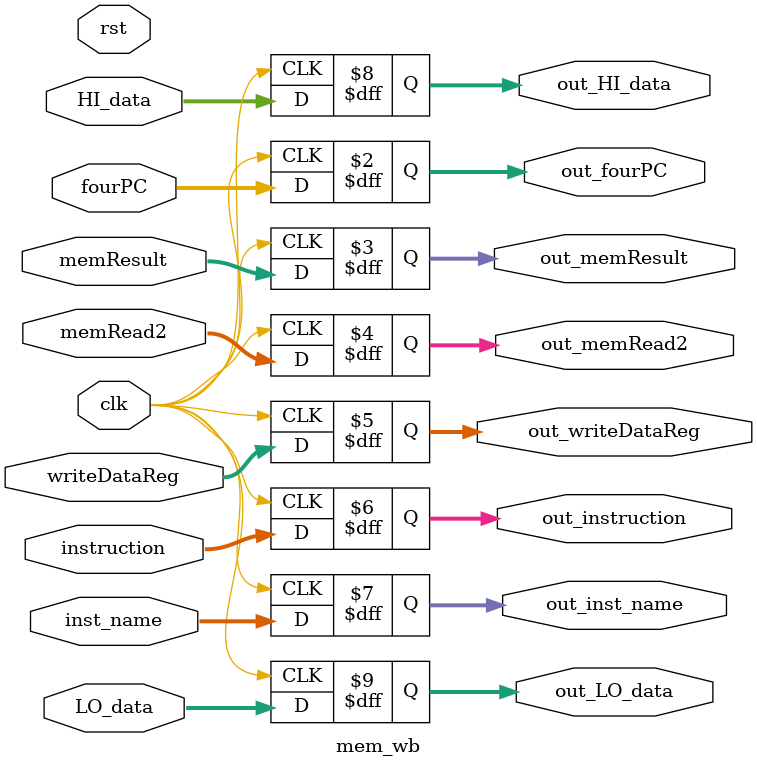
<source format=v>
/**
 * Mem与WB之间的寄存器模块
 * @author AshinZ
 * @time   2020-4-26
*/

module mem_wb(clk,rst,fourPC,//传时钟和pc+4
memResult,memRead2,writeDataReg,instruction,inst_name,
HI_data,LO_data,
//从dm取出的数 要写入的寄存器地址
out_memResult,out_memRead2,out_writeDataReg,
out_fourPC,out_instruction,out_inst_name,
out_HI_data,out_LO_data
);

    input           clk;
    input           rst;
    input  [31:0]   fourPC;
    input  [31:0]   memResult;//mem阶段的数据
    input  [31:0]   memRead2;
    input  [4:0]    writeDataReg;
    input  [31:0]   instruction;
    input  [7:0]    inst_name;
    input  [31:0]   HI_data;
    input  [31:0]   LO_data;

    output reg [31:0]   out_fourPC;
    output reg [31:0]   out_memResult;
    output reg [31:0]   out_memRead2;
    output reg [4:0]    out_writeDataReg;
    output reg [31:0]   out_instruction;
    output reg [7:0]    out_inst_name;
    output reg [31:0]   out_HI_data;
    output reg [31:0]   out_LO_data;

    always @(posedge clk)
        begin
            out_fourPC <= fourPC;
            out_memResult <= memResult;
            out_writeDataReg <= writeDataReg;
            out_instruction <= instruction;
            out_inst_name <= inst_name;
            out_memRead2 <= memRead2;
            out_HI_data <= HI_data;
            out_LO_data <= LO_data;
        end
endmodule
</source>
